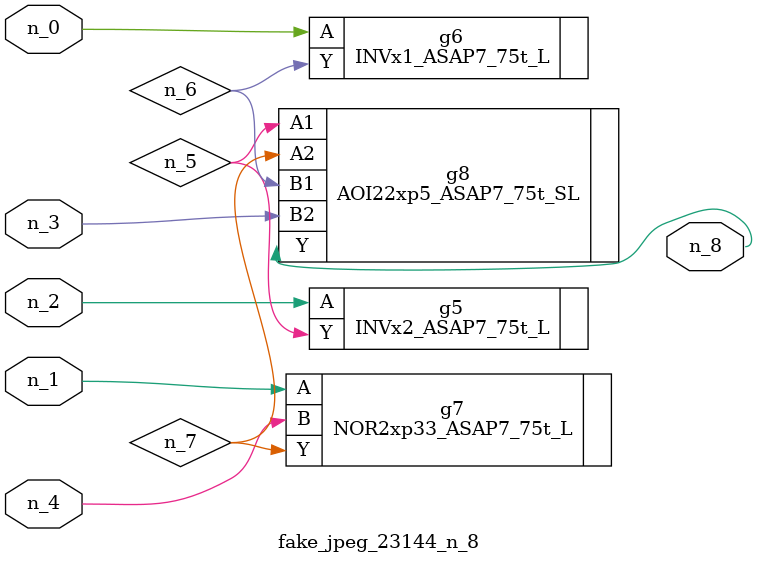
<source format=v>
module fake_jpeg_23144_n_8 (n_3, n_2, n_1, n_0, n_4, n_8);

input n_3;
input n_2;
input n_1;
input n_0;
input n_4;

output n_8;

wire n_6;
wire n_5;
wire n_7;

INVx2_ASAP7_75t_L g5 ( 
.A(n_2),
.Y(n_5)
);

INVx1_ASAP7_75t_L g6 ( 
.A(n_0),
.Y(n_6)
);

NOR2xp33_ASAP7_75t_L g7 ( 
.A(n_1),
.B(n_4),
.Y(n_7)
);

AOI22xp5_ASAP7_75t_SL g8 ( 
.A1(n_5),
.A2(n_7),
.B1(n_6),
.B2(n_3),
.Y(n_8)
);


endmodule
</source>
